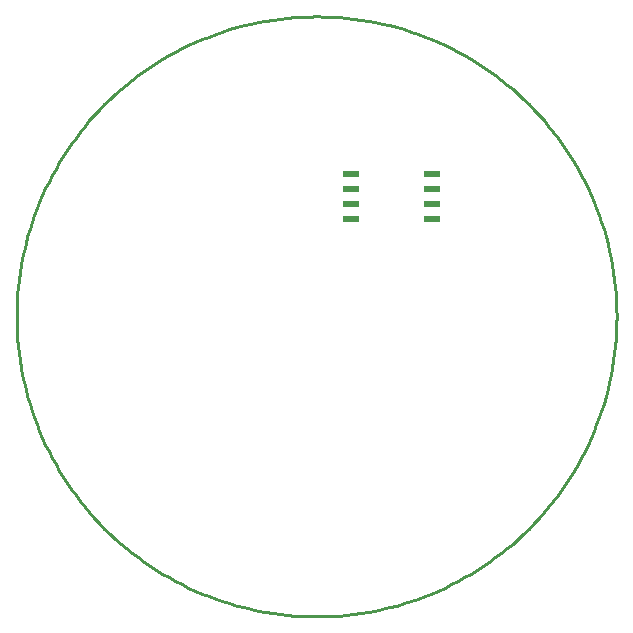
<source format=gbp>
G75*
%MOIN*%
%OFA0B0*%
%FSLAX25Y25*%
%IPPOS*%
%LPD*%
%AMOC8*
5,1,8,0,0,1.08239X$1,22.5*
%
%ADD10C,0.01000*%
%ADD11R,0.05512X0.01969*%
D10*
X0001500Y0101500D02*
X0001530Y0103954D01*
X0001620Y0106407D01*
X0001771Y0108856D01*
X0001982Y0111302D01*
X0002252Y0113741D01*
X0002582Y0116173D01*
X0002972Y0118596D01*
X0003421Y0121009D01*
X0003930Y0123410D01*
X0004497Y0125798D01*
X0005122Y0128171D01*
X0005806Y0130528D01*
X0006547Y0132868D01*
X0007346Y0135189D01*
X0008201Y0137490D01*
X0009112Y0139768D01*
X0010079Y0142024D01*
X0011101Y0144256D01*
X0012178Y0146461D01*
X0013308Y0148640D01*
X0014491Y0150790D01*
X0015727Y0152910D01*
X0017015Y0155000D01*
X0018353Y0157057D01*
X0019742Y0159081D01*
X0021179Y0161070D01*
X0022665Y0163023D01*
X0024199Y0164939D01*
X0025779Y0166817D01*
X0027405Y0168656D01*
X0029075Y0170454D01*
X0030789Y0172211D01*
X0032546Y0173925D01*
X0034344Y0175595D01*
X0036183Y0177221D01*
X0038061Y0178801D01*
X0039977Y0180335D01*
X0041930Y0181821D01*
X0043919Y0183258D01*
X0045943Y0184647D01*
X0048000Y0185985D01*
X0050090Y0187273D01*
X0052210Y0188509D01*
X0054360Y0189692D01*
X0056539Y0190822D01*
X0058744Y0191899D01*
X0060976Y0192921D01*
X0063232Y0193888D01*
X0065510Y0194799D01*
X0067811Y0195654D01*
X0070132Y0196453D01*
X0072472Y0197194D01*
X0074829Y0197878D01*
X0077202Y0198503D01*
X0079590Y0199070D01*
X0081991Y0199579D01*
X0084404Y0200028D01*
X0086827Y0200418D01*
X0089259Y0200748D01*
X0091698Y0201018D01*
X0094144Y0201229D01*
X0096593Y0201380D01*
X0099046Y0201470D01*
X0101500Y0201500D01*
X0103954Y0201470D01*
X0106407Y0201380D01*
X0108856Y0201229D01*
X0111302Y0201018D01*
X0113741Y0200748D01*
X0116173Y0200418D01*
X0118596Y0200028D01*
X0121009Y0199579D01*
X0123410Y0199070D01*
X0125798Y0198503D01*
X0128171Y0197878D01*
X0130528Y0197194D01*
X0132868Y0196453D01*
X0135189Y0195654D01*
X0137490Y0194799D01*
X0139768Y0193888D01*
X0142024Y0192921D01*
X0144256Y0191899D01*
X0146461Y0190822D01*
X0148640Y0189692D01*
X0150790Y0188509D01*
X0152910Y0187273D01*
X0155000Y0185985D01*
X0157057Y0184647D01*
X0159081Y0183258D01*
X0161070Y0181821D01*
X0163023Y0180335D01*
X0164939Y0178801D01*
X0166817Y0177221D01*
X0168656Y0175595D01*
X0170454Y0173925D01*
X0172211Y0172211D01*
X0173925Y0170454D01*
X0175595Y0168656D01*
X0177221Y0166817D01*
X0178801Y0164939D01*
X0180335Y0163023D01*
X0181821Y0161070D01*
X0183258Y0159081D01*
X0184647Y0157057D01*
X0185985Y0155000D01*
X0187273Y0152910D01*
X0188509Y0150790D01*
X0189692Y0148640D01*
X0190822Y0146461D01*
X0191899Y0144256D01*
X0192921Y0142024D01*
X0193888Y0139768D01*
X0194799Y0137490D01*
X0195654Y0135189D01*
X0196453Y0132868D01*
X0197194Y0130528D01*
X0197878Y0128171D01*
X0198503Y0125798D01*
X0199070Y0123410D01*
X0199579Y0121009D01*
X0200028Y0118596D01*
X0200418Y0116173D01*
X0200748Y0113741D01*
X0201018Y0111302D01*
X0201229Y0108856D01*
X0201380Y0106407D01*
X0201470Y0103954D01*
X0201500Y0101500D01*
X0201470Y0099046D01*
X0201380Y0096593D01*
X0201229Y0094144D01*
X0201018Y0091698D01*
X0200748Y0089259D01*
X0200418Y0086827D01*
X0200028Y0084404D01*
X0199579Y0081991D01*
X0199070Y0079590D01*
X0198503Y0077202D01*
X0197878Y0074829D01*
X0197194Y0072472D01*
X0196453Y0070132D01*
X0195654Y0067811D01*
X0194799Y0065510D01*
X0193888Y0063232D01*
X0192921Y0060976D01*
X0191899Y0058744D01*
X0190822Y0056539D01*
X0189692Y0054360D01*
X0188509Y0052210D01*
X0187273Y0050090D01*
X0185985Y0048000D01*
X0184647Y0045943D01*
X0183258Y0043919D01*
X0181821Y0041930D01*
X0180335Y0039977D01*
X0178801Y0038061D01*
X0177221Y0036183D01*
X0175595Y0034344D01*
X0173925Y0032546D01*
X0172211Y0030789D01*
X0170454Y0029075D01*
X0168656Y0027405D01*
X0166817Y0025779D01*
X0164939Y0024199D01*
X0163023Y0022665D01*
X0161070Y0021179D01*
X0159081Y0019742D01*
X0157057Y0018353D01*
X0155000Y0017015D01*
X0152910Y0015727D01*
X0150790Y0014491D01*
X0148640Y0013308D01*
X0146461Y0012178D01*
X0144256Y0011101D01*
X0142024Y0010079D01*
X0139768Y0009112D01*
X0137490Y0008201D01*
X0135189Y0007346D01*
X0132868Y0006547D01*
X0130528Y0005806D01*
X0128171Y0005122D01*
X0125798Y0004497D01*
X0123410Y0003930D01*
X0121009Y0003421D01*
X0118596Y0002972D01*
X0116173Y0002582D01*
X0113741Y0002252D01*
X0111302Y0001982D01*
X0108856Y0001771D01*
X0106407Y0001620D01*
X0103954Y0001530D01*
X0101500Y0001500D01*
X0099046Y0001530D01*
X0096593Y0001620D01*
X0094144Y0001771D01*
X0091698Y0001982D01*
X0089259Y0002252D01*
X0086827Y0002582D01*
X0084404Y0002972D01*
X0081991Y0003421D01*
X0079590Y0003930D01*
X0077202Y0004497D01*
X0074829Y0005122D01*
X0072472Y0005806D01*
X0070132Y0006547D01*
X0067811Y0007346D01*
X0065510Y0008201D01*
X0063232Y0009112D01*
X0060976Y0010079D01*
X0058744Y0011101D01*
X0056539Y0012178D01*
X0054360Y0013308D01*
X0052210Y0014491D01*
X0050090Y0015727D01*
X0048000Y0017015D01*
X0045943Y0018353D01*
X0043919Y0019742D01*
X0041930Y0021179D01*
X0039977Y0022665D01*
X0038061Y0024199D01*
X0036183Y0025779D01*
X0034344Y0027405D01*
X0032546Y0029075D01*
X0030789Y0030789D01*
X0029075Y0032546D01*
X0027405Y0034344D01*
X0025779Y0036183D01*
X0024199Y0038061D01*
X0022665Y0039977D01*
X0021179Y0041930D01*
X0019742Y0043919D01*
X0018353Y0045943D01*
X0017015Y0048000D01*
X0015727Y0050090D01*
X0014491Y0052210D01*
X0013308Y0054360D01*
X0012178Y0056539D01*
X0011101Y0058744D01*
X0010079Y0060976D01*
X0009112Y0063232D01*
X0008201Y0065510D01*
X0007346Y0067811D01*
X0006547Y0070132D01*
X0005806Y0072472D01*
X0005122Y0074829D01*
X0004497Y0077202D01*
X0003930Y0079590D01*
X0003421Y0081991D01*
X0002972Y0084404D01*
X0002582Y0086827D01*
X0002252Y0089259D01*
X0001982Y0091698D01*
X0001771Y0094144D01*
X0001620Y0096593D01*
X0001530Y0099046D01*
X0001500Y0101500D01*
D11*
X0113098Y0134000D03*
X0113098Y0138961D03*
X0113098Y0143961D03*
X0113098Y0148961D03*
X0139902Y0149000D03*
X0139902Y0144000D03*
X0139902Y0139000D03*
X0139902Y0134000D03*
M02*

</source>
